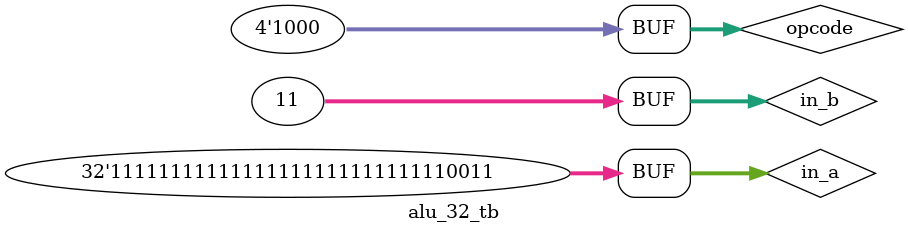
<source format=v>
module alu_32(input clk, input in_div_reset, input [31:0] in_a, input [31:0] in_b, input [3:0] in_opcode, output reg [63:0] out_result);

	// ALU opcodes
	/*
	0000 = add
	0001 = sub
	0010 = rotate right
	0011 = rotate left
	0100 = shift right
	0101 = shift left
	0110 = and
	0111 = or
	1000 = mul
	1001 = div
	1010 = neg
	1011 = not
	*/

	wire [31:0] w_and_32;
	wire [31:0] w_or_32;
	wire [31:0] w_not_32;
	wire [31:0] w_adder_sum_out;
	wire [31:0] w_shift_rot_out;
	wire [63:0] w_multi_product_out;
	wire [63:0] w_div_out;  // HI byte is reminder, LO byte is quotient
	wire w_adder_carry_out;
	
	reg [31:0] r_a_pre_process;
	reg [31:0] r_b_pre_process;
	reg [31:0] r_b_inverted;
	reg r_adder_carry_in;
	
	assign w_and_32 = in_a & in_b;
	assign w_or_32 = in_a | in_b;
	assign w_not_32 = ~r_b_pre_process;
	
	adder_32 adder(.in_x (r_a_pre_process),
		.in_y (r_b_inverted),
		.in_carry (r_adder_carry_in),
		.out_sum (w_adder_sum_out),
		.out_carry (w_adder_carry_out));
	
	shift_rot_32 shifter (.in_x (in_a),
		.in_y (in_b),
		.in_left (in_opcode[0]),
		.in_rot (in_opcode[1]),
		.out (w_shift_rot_out));
	
	multiplier_32 multiplier (.in_x (in_a),
		.in_y (in_b),
		.out_product (w_multi_product_out));
		
	divider_32 divider (.clk (clk),
		.in_reset (in_div_reset),
		.in_dividend (in_a),
		.in_divisor (in_b),
		.out_quotient (w_div_out[31:0]),
		.out_remainder (w_div_out[63:32]));

	always @(*) begin
		case(in_opcode)  // Pre-process step before addition/not
			4'b1010,
			4'b1011 : begin
				r_b_pre_process = in_b;  // If op code is NOT or INV set b to 0
				r_a_pre_process = 0;
			end
			default : begin  // Default is pass values through
				r_a_pre_process = in_a;
				r_b_pre_process = in_b;
			end
		endcase
		
		case(in_opcode)  // Whether to invert B
			4'b0001,  // If op code is SUB, NOT, or INV, do a bitwise NOT to b
			4'b1010,
			4'b1011 : r_b_inverted = w_not_32;
			default : r_b_inverted = r_b_pre_process;  // Default is pass through values
		endcase
		
		case(in_opcode)  // Determine Adder Carry in
			4'b0001,
			4'b1010 : r_adder_carry_in = 1;
			default : r_adder_carry_in = 0;
		endcase
		
		case(in_opcode)  // Final ALU output
			4'b0000,
			4'b0001,
			4'b1010,
			4'b1011 : out_result = w_adder_sum_out;  // ADD, SUB, NOT, INV
			4'b0010,
			4'b0011,
			4'b0100,
			4'b0101 : out_result = w_shift_rot_out;  // ROR, ROL, SHR, SHL
			4'b0110 : out_result = w_and_32;  // AND
			4'b0111 : out_result = w_or_32;  // OR
			4'b1000 : out_result = w_multi_product_out;  // MUL
			4'b1001 : out_result = w_div_out; // DIV
			default : out_result = 0;
		endcase
	end
	
endmodule

// --------------------------

module alu_32_tb;
	reg [31:0] in_a, in_b;
	reg [3:0] opcode;
	wire [63:0] alu_out;
	
	parameter delay = 10;
	
	alu_32 DUT(.in_a (in_a),
		.in_b (in_b),
		.in_opcode (opcode),
		.out_result (alu_out));
	
	initial begin
		in_a = 32'h0; in_b = 32'h0; opcode = 4'b0;
		#(delay) in_a = 32'hF0F0F0F0; in_b = 32'hABCDABCD; opcode = 4'b1011; // NOT
		#(delay) in_a = 32'h0; in_b = 32'h0; opcode = 4'b0;
		#(delay) in_a = 32'h00000001; in_b = 32'h1; opcode = 4'b1010; // NEG
		#(delay) in_a = 32'h0; in_b = 32'h0; opcode = 4'b0;
		#(delay) in_a = 32'hFFFFFFFF; in_b = 32'h0F0F0F0F; opcode = 4'b0110;  // AND
		#(delay) in_a = 32'h0; in_b = 32'h0; opcode = 4'b0;
		#(delay) in_a = 32'hF0F0F0F0; in_b = 32'h0F0F0F0F; opcode = 4'b0111;  // OR
		#(delay) in_a = 32'h0; in_b = 32'h0; opcode = 4'b0;
		#(delay) in_a = 32'h0000FFFF; in_b = 32'h00000001; opcode = 4'b0000;  // ADD
		#(delay) in_a = 32'h0; in_b = 32'h0; opcode = 4'b0;
		#(delay) in_a = 32'h0000FFFF; in_b = 32'h000000FF; opcode = 4'b0001;  // SUB
		#(delay) in_a = 32'h0; in_b = 32'h0; opcode = 4'b0;
		#(delay) in_a = 32'hFFFFFFF3; in_b = 32'hB; opcode = 4'b1000;  // MUL
		//#(delay) in_a = 32'h0; in_b = 32'h0; opcode = 4'b0;
		//#(delay) in_a = 32'd34; in_b = 32'd36; opcode = 4'b1001;  // DIV
	end
	
endmodule


</source>
